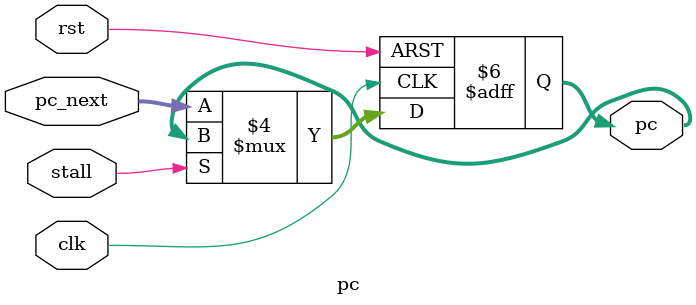
<source format=v>
module pc (
    input [31:0] pc_next,
    input clk,rst, stall,
    output reg [31:0] pc
);
    // reg [31:0] pc;
    // assign pc_next = 32'b0;
always @(posedge clk or negedge rst) begin
    if (!rst) pc <= 32'b0;
    else if (stall) pc <= pc;
    else 
    pc <= pc_next;    
end
endmodule  
</source>
